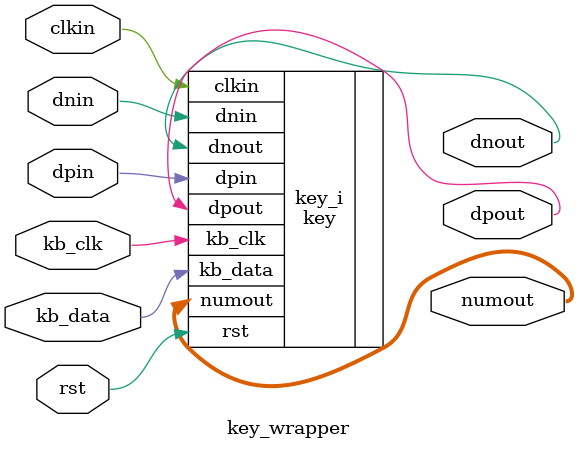
<source format=v>
`timescale 1 ps / 1 ps

module key_wrapper
   (clkin,
    dnin,
    dnout,
    dpin,
    dpout,
    kb_clk,
    kb_data,
    numout,
    rst);
  input clkin;
  input dnin;
  output dnout;
  input dpin;
  output dpout;
  input kb_clk;
  input kb_data;
  output [6:0]numout;
  input rst;

  wire clkin;
  wire dnin;
  wire dnout;
  wire dpin;
  wire dpout;
  wire kb_clk;
  wire kb_data;
  wire [6:0]numout;
  wire rst;

  key key_i
       (.clkin(clkin),
        .dnin(dnin),
        .dnout(dnout),
        .dpin(dpin),
        .dpout(dpout),
        .kb_clk(kb_clk),
        .kb_data(kb_data),
        .numout(numout),
        .rst(rst));
endmodule

</source>
